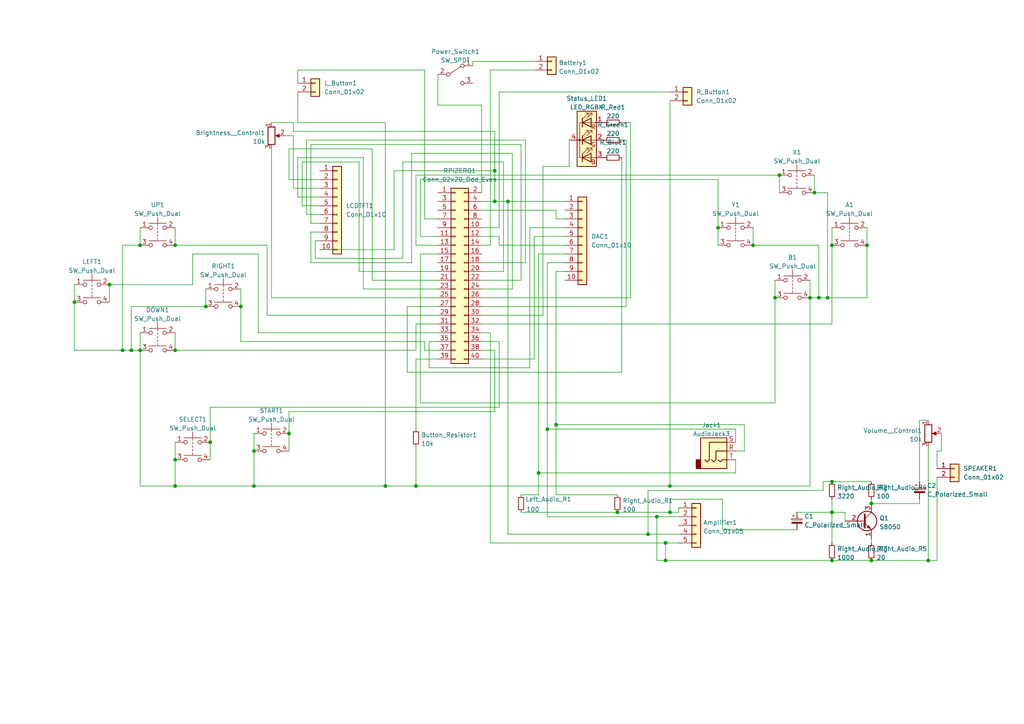
<source format=kicad_sch>
(kicad_sch (version 20211123) (generator eeschema)
  (paper "A4")
  (lib_symbols
    (symbol "Connector:AudioJack3"
      (property "Reference" "J" (at 0 8.89 0))
      (property "Value" "AudioJack3" (at 0 6.35 0))
      (symbol "AudioJack3_0_1"
        (rectangle (start -5.08 -5.08) (end -6.35 -2.54) (stroke (width 0.254)) (fill (type outline)))
        (polyline (pts (xy 0 -2.54) (xy 0.635 -3.175) (xy 1.27 -2.54) (xy 2.54 -2.54)) (stroke (width 0.254)))
        (polyline (pts (xy -1.905 -2.54) (xy -1.27 -3.175) (xy -0.635 -2.54) (xy -0.635 0) (xy 2.54 0)) (stroke (width 0.254)))
        (polyline (pts (xy 2.54 2.54) (xy -2.54 2.54) (xy -2.54 -2.54) (xy -3.175 -3.175) (xy -3.81 -2.54)) (stroke (width 0.254)))
        (rectangle (start 2.54 3.81) (end -5.08 -5.08) (stroke (width 0.254)) (fill (type background)))
      )
      (symbol "AudioJack3_1_1"
        (pin passive line (at 5.08 0 180) (length 2.54) (name "~") (number "R"))
        (pin passive line (at 5.08 2.54 180) (length 2.54) (name "~") (number "S"))
        (pin passive line (at 5.08 -2.54 180) (length 2.54) (name "~") (number "T"))
      )
    )
    (symbol "Connector_Generic:Conn_01x02" (pin_names (offset 1.016) hide)
      (property "Reference" "J" (at 0 2.54 0))
      (property "Value" "Conn_01x02" (at 0 -5.08 0))
      (symbol "Conn_01x02_1_1"
        (rectangle (start -1.27 -2.413) (end 0 -2.667) (stroke (width 0.1524)))
        (rectangle (start -1.27 0.127) (end 0 -0.127) (stroke (width 0.1524)))
        (rectangle (start -1.27 1.27) (end 1.27 -3.81) (stroke (width 0.254)) (fill (type background)))
        (pin passive line (at -5.08 0 0) (length 3.81) (name "Pin_1") (number "1"))
        (pin passive line (at -5.08 -2.54 0) (length 3.81) (name "Pin_2") (number "2"))
      )
    )
    (symbol "Connector_Generic:Conn_01x05" (pin_names (offset 1.016) hide)
      (property "Reference" "J" (at 0 7.62 0))
      (property "Value" "Conn_01x05" (at 0 -7.62 0))
      (symbol "Conn_01x05_1_1"
        (rectangle (start -1.27 -4.953) (end 0 -5.207) (stroke (width 0.1524)))
        (rectangle (start -1.27 -2.413) (end 0 -2.667) (stroke (width 0.1524)))
        (rectangle (start -1.27 0.127) (end 0 -0.127) (stroke (width 0.1524)))
        (rectangle (start -1.27 2.667) (end 0 2.413) (stroke (width 0.1524)))
        (rectangle (start -1.27 5.207) (end 0 4.953) (stroke (width 0.1524)))
        (rectangle (start -1.27 6.35) (end 1.27 -6.35) (stroke (width 0.254)) (fill (type background)))
        (pin passive line (at -5.08 5.08 0) (length 3.81) (name "Pin_1") (number "1"))
        (pin passive line (at -5.08 2.54 0) (length 3.81) (name "Pin_2") (number "2"))
        (pin passive line (at -5.08 0 0) (length 3.81) (name "Pin_3") (number "3"))
        (pin passive line (at -5.08 -2.54 0) (length 3.81) (name "Pin_4") (number "4"))
        (pin passive line (at -5.08 -5.08 0) (length 3.81) (name "Pin_5") (number "5"))
      )
    )
    (symbol "Connector_Generic:Conn_01x10" (pin_names (offset 1.016) hide)
      (property "Reference" "J" (at 0 12.7 0))
      (property "Value" "Conn_01x10" (at 0 -15.24 0))
      (symbol "Conn_01x10_1_1"
        (rectangle (start -1.27 -12.573) (end 0 -12.827) (stroke (width 0.1524)))
        (rectangle (start -1.27 -10.033) (end 0 -10.287) (stroke (width 0.1524)))
        (rectangle (start -1.27 -7.493) (end 0 -7.747) (stroke (width 0.1524)))
        (rectangle (start -1.27 -4.953) (end 0 -5.207) (stroke (width 0.1524)))
        (rectangle (start -1.27 -2.413) (end 0 -2.667) (stroke (width 0.1524)))
        (rectangle (start -1.27 0.127) (end 0 -0.127) (stroke (width 0.1524)))
        (rectangle (start -1.27 2.667) (end 0 2.413) (stroke (width 0.1524)))
        (rectangle (start -1.27 5.207) (end 0 4.953) (stroke (width 0.1524)))
        (rectangle (start -1.27 7.747) (end 0 7.493) (stroke (width 0.1524)))
        (rectangle (start -1.27 10.287) (end 0 10.033) (stroke (width 0.1524)))
        (rectangle (start -1.27 11.43) (end 1.27 -13.97) (stroke (width 0.254)) (fill (type background)))
        (pin passive line (at -5.08 10.16 0) (length 3.81) (name "Pin_1") (number "1"))
        (pin passive line (at -5.08 -12.7 0) (length 3.81) (name "Pin_10") (number "10"))
        (pin passive line (at -5.08 7.62 0) (length 3.81) (name "Pin_2") (number "2"))
        (pin passive line (at -5.08 5.08 0) (length 3.81) (name "Pin_3") (number "3"))
        (pin passive line (at -5.08 2.54 0) (length 3.81) (name "Pin_4") (number "4"))
        (pin passive line (at -5.08 0 0) (length 3.81) (name "Pin_5") (number "5"))
        (pin passive line (at -5.08 -2.54 0) (length 3.81) (name "Pin_6") (number "6"))
        (pin passive line (at -5.08 -5.08 0) (length 3.81) (name "Pin_7") (number "7"))
        (pin passive line (at -5.08 -7.62 0) (length 3.81) (name "Pin_8") (number "8"))
        (pin passive line (at -5.08 -10.16 0) (length 3.81) (name "Pin_9") (number "9"))
      )
    )
    (symbol "Connector_Generic:Conn_02x20_Odd_Even" (pin_names (offset 1.016) hide)
      (property "Reference" "J" (at 1.27 25.4 0))
      (property "Value" "Conn_02x20_Odd_Even" (at 1.27 -27.94 0))
      (symbol "Conn_02x20_Odd_Even_1_1"
        (rectangle (start -1.27 -25.273) (end 0 -25.527) (stroke (width 0.1524)))
        (rectangle (start -1.27 -22.733) (end 0 -22.987) (stroke (width 0.1524)))
        (rectangle (start -1.27 -20.193) (end 0 -20.447) (stroke (width 0.1524)))
        (rectangle (start -1.27 -17.653) (end 0 -17.907) (stroke (width 0.1524)))
        (rectangle (start -1.27 -15.113) (end 0 -15.367) (stroke (width 0.1524)))
        (rectangle (start -1.27 -12.573) (end 0 -12.827) (stroke (width 0.1524)))
        (rectangle (start -1.27 -10.033) (end 0 -10.287) (stroke (width 0.1524)))
        (rectangle (start -1.27 -7.493) (end 0 -7.747) (stroke (width 0.1524)))
        (rectangle (start -1.27 -4.953) (end 0 -5.207) (stroke (width 0.1524)))
        (rectangle (start -1.27 -2.413) (end 0 -2.667) (stroke (width 0.1524)))
        (rectangle (start -1.27 0.127) (end 0 -0.127) (stroke (width 0.1524)))
        (rectangle (start -1.27 2.667) (end 0 2.413) (stroke (width 0.1524)))
        (rectangle (start -1.27 5.207) (end 0 4.953) (stroke (width 0.1524)))
        (rectangle (start -1.27 7.747) (end 0 7.493) (stroke (width 0.1524)))
        (rectangle (start -1.27 10.287) (end 0 10.033) (stroke (width 0.1524)))
        (rectangle (start -1.27 12.827) (end 0 12.573) (stroke (width 0.1524)))
        (rectangle (start -1.27 15.367) (end 0 15.113) (stroke (width 0.1524)))
        (rectangle (start -1.27 17.907) (end 0 17.653) (stroke (width 0.1524)))
        (rectangle (start -1.27 20.447) (end 0 20.193) (stroke (width 0.1524)))
        (rectangle (start -1.27 22.987) (end 0 22.733) (stroke (width 0.1524)))
        (rectangle (start -1.27 24.13) (end 3.81 -26.67) (stroke (width 0.254)) (fill (type background)))
        (rectangle (start 3.81 -25.273) (end 2.54 -25.527) (stroke (width 0.1524)))
        (rectangle (start 3.81 -22.733) (end 2.54 -22.987) (stroke (width 0.1524)))
        (rectangle (start 3.81 -20.193) (end 2.54 -20.447) (stroke (width 0.1524)))
        (rectangle (start 3.81 -17.653) (end 2.54 -17.907) (stroke (width 0.1524)))
        (rectangle (start 3.81 -15.113) (end 2.54 -15.367) (stroke (width 0.1524)))
        (rectangle (start 3.81 -12.573) (end 2.54 -12.827) (stroke (width 0.1524)))
        (rectangle (start 3.81 -10.033) (end 2.54 -10.287) (stroke (width 0.1524)))
        (rectangle (start 3.81 -7.493) (end 2.54 -7.747) (stroke (width 0.1524)))
        (rectangle (start 3.81 -4.953) (end 2.54 -5.207) (stroke (width 0.1524)))
        (rectangle (start 3.81 -2.413) (end 2.54 -2.667) (stroke (width 0.1524)))
        (rectangle (start 3.81 0.127) (end 2.54 -0.127) (stroke (width 0.1524)))
        (rectangle (start 3.81 2.667) (end 2.54 2.413) (stroke (width 0.1524)))
        (rectangle (start 3.81 5.207) (end 2.54 4.953) (stroke (width 0.1524)))
        (rectangle (start 3.81 7.747) (end 2.54 7.493) (stroke (width 0.1524)))
        (rectangle (start 3.81 10.287) (end 2.54 10.033) (stroke (width 0.1524)))
        (rectangle (start 3.81 12.827) (end 2.54 12.573) (stroke (width 0.1524)))
        (rectangle (start 3.81 15.367) (end 2.54 15.113) (stroke (width 0.1524)))
        (rectangle (start 3.81 17.907) (end 2.54 17.653) (stroke (width 0.1524)))
        (rectangle (start 3.81 20.447) (end 2.54 20.193) (stroke (width 0.1524)))
        (rectangle (start 3.81 22.987) (end 2.54 22.733) (stroke (width 0.1524)))
        (pin passive line (at -5.08 22.86 0) (length 3.81) (name "Pin_1") (number "1"))
        (pin passive line (at 7.62 12.7 180) (length 3.81) (name "Pin_10") (number "10"))
        (pin passive line (at -5.08 10.16 0) (length 3.81) (name "Pin_11") (number "11"))
        (pin passive line (at 7.62 10.16 180) (length 3.81) (name "Pin_12") (number "12"))
        (pin passive line (at -5.08 7.62 0) (length 3.81) (name "Pin_13") (number "13"))
        (pin passive line (at 7.62 7.62 180) (length 3.81) (name "Pin_14") (number "14"))
        (pin passive line (at -5.08 5.08 0) (length 3.81) (name "Pin_15") (number "15"))
        (pin passive line (at 7.62 5.08 180) (length 3.81) (name "Pin_16") (number "16"))
        (pin passive line (at -5.08 2.54 0) (length 3.81) (name "Pin_17") (number "17"))
        (pin passive line (at 7.62 2.54 180) (length 3.81) (name "Pin_18") (number "18"))
        (pin passive line (at -5.08 0 0) (length 3.81) (name "Pin_19") (number "19"))
        (pin passive line (at 7.62 22.86 180) (length 3.81) (name "Pin_2") (number "2"))
        (pin passive line (at 7.62 0 180) (length 3.81) (name "Pin_20") (number "20"))
        (pin passive line (at -5.08 -2.54 0) (length 3.81) (name "Pin_21") (number "21"))
        (pin passive line (at 7.62 -2.54 180) (length 3.81) (name "Pin_22") (number "22"))
        (pin passive line (at -5.08 -5.08 0) (length 3.81) (name "Pin_23") (number "23"))
        (pin passive line (at 7.62 -5.08 180) (length 3.81) (name "Pin_24") (number "24"))
        (pin passive line (at -5.08 -7.62 0) (length 3.81) (name "Pin_25") (number "25"))
        (pin passive line (at 7.62 -7.62 180) (length 3.81) (name "Pin_26") (number "26"))
        (pin passive line (at -5.08 -10.16 0) (length 3.81) (name "Pin_27") (number "27"))
        (pin passive line (at 7.62 -10.16 180) (length 3.81) (name "Pin_28") (number "28"))
        (pin passive line (at -5.08 -12.7 0) (length 3.81) (name "Pin_29") (number "29"))
        (pin passive line (at -5.08 20.32 0) (length 3.81) (name "Pin_3") (number "3"))
        (pin passive line (at 7.62 -12.7 180) (length 3.81) (name "Pin_30") (number "30"))
        (pin passive line (at -5.08 -15.24 0) (length 3.81) (name "Pin_31") (number "31"))
        (pin passive line (at 7.62 -15.24 180) (length 3.81) (name "Pin_32") (number "32"))
        (pin passive line (at -5.08 -17.78 0) (length 3.81) (name "Pin_33") (number "33"))
        (pin passive line (at 7.62 -17.78 180) (length 3.81) (name "Pin_34") (number "34"))
        (pin passive line (at -5.08 -20.32 0) (length 3.81) (name "Pin_35") (number "35"))
        (pin passive line (at 7.62 -20.32 180) (length 3.81) (name "Pin_36") (number "36"))
        (pin passive line (at -5.08 -22.86 0) (length 3.81) (name "Pin_37") (number "37"))
        (pin passive line (at 7.62 -22.86 180) (length 3.81) (name "Pin_38") (number "38"))
        (pin passive line (at -5.08 -25.4 0) (length 3.81) (name "Pin_39") (number "39"))
        (pin passive line (at 7.62 20.32 180) (length 3.81) (name "Pin_4") (number "4"))
        (pin passive line (at 7.62 -25.4 180) (length 3.81) (name "Pin_40") (number "40"))
        (pin passive line (at -5.08 17.78 0) (length 3.81) (name "Pin_5") (number "5"))
        (pin passive line (at 7.62 17.78 180) (length 3.81) (name "Pin_6") (number "6"))
        (pin passive line (at -5.08 15.24 0) (length 3.81) (name "Pin_7") (number "7"))
        (pin passive line (at 7.62 15.24 180) (length 3.81) (name "Pin_8") (number "8"))
        (pin passive line (at -5.08 12.7 0) (length 3.81) (name "Pin_9") (number "9"))
      )
    )
    (symbol "Device:C_Polarized_Small" (pin_numbers hide) (pin_names (offset 0.254) hide)
      (property "Reference" "C" (at 0.254 1.778 0))
      (property "Value" "C_Polarized_Small" (at 0.254 -2.032 0))
      (symbol "C_Polarized_Small_0_1"
        (rectangle (start -1.524 -0.3048) (end 1.524 -0.6858) (fill (type outline)))
        (rectangle (start -1.524 0.6858) (end 1.524 0.3048))
        (polyline (pts (xy -1.27 1.524) (xy -0.762 1.524)))
        (polyline (pts (xy -1.016 1.27) (xy -1.016 1.778)))
      )
      (symbol "C_Polarized_Small_1_1"
        (pin passive line (at 0 2.54 270) (length 1.8542) (name "~") (number "1"))
        (pin passive line (at 0 -2.54 90) (length 1.8542) (name "~") (number "2"))
      )
    )
    (symbol "Device:LED_RGBK" (pin_names (offset 0) hide)
      (property "Reference" "D" (at 0 9.398 0))
      (property "Value" "LED_RGBK" (at 0 -8.89 0))
      (symbol "LED_RGBK_0_0"
        (text "B" (at 1.905 -6.35 0) (effects (font (size 1.27 1.27))))
        (text "G" (at 1.905 -1.27 0) (effects (font (size 1.27 1.27))))
        (text "R" (at 1.905 3.81 0) (effects (font (size 1.27 1.27))))
      )
      (symbol "LED_RGBK_0_1"
        (circle (center -2.032 0) (radius 0.254) (fill (type outline)))
        (polyline (pts (xy -1.27 -5.08) (xy 1.27 -5.08)))
        (polyline (pts (xy -1.27 -3.81) (xy -1.27 -6.35)) (stroke (width 0.254)))
        (polyline (pts (xy -1.27 0) (xy -2.54 0)))
        (polyline (pts (xy -1.27 1.27) (xy -1.27 -1.27)) (stroke (width 0.254)))
        (polyline (pts (xy -1.27 5.08) (xy 1.27 5.08)))
        (polyline (pts (xy -1.27 6.35) (xy -1.27 3.81)) (stroke (width 0.254)))
        (polyline (pts (xy 1.27 -5.08) (xy 2.54 -5.08)))
        (polyline (pts (xy 1.27 0) (xy -1.27 0)))
        (polyline (pts (xy 1.27 0) (xy 2.54 0)))
        (polyline (pts (xy 1.27 5.08) (xy 2.54 5.08)))
        (polyline (pts (xy -1.27 1.27) (xy -1.27 -1.27) (xy -1.27 -1.27)))
        (polyline (pts (xy -1.27 6.35) (xy -1.27 3.81) (xy -1.27 3.81)))
        (polyline (pts (xy -1.27 5.08) (xy -2.032 5.08) (xy -2.032 -5.08) (xy -1.016 -5.08)))
        (polyline (pts (xy 1.27 -3.81) (xy 1.27 -6.35) (xy -1.27 -5.08) (xy 1.27 -3.81)) (stroke (width 0.254)))
        (polyline (pts (xy 1.27 1.27) (xy 1.27 -1.27) (xy -1.27 0) (xy 1.27 1.27)) (stroke (width 0.254)))
        (polyline (pts (xy 1.27 6.35) (xy 1.27 3.81) (xy -1.27 5.08) (xy 1.27 6.35)) (stroke (width 0.254)))
        (polyline (pts (xy -1.016 -3.81) (xy 0.508 -2.286) (xy -0.254 -2.286) (xy 0.508 -2.286) (xy 0.508 -3.048)))
        (polyline (pts (xy -1.016 1.27) (xy 0.508 2.794) (xy -0.254 2.794) (xy 0.508 2.794) (xy 0.508 2.032)))
        (polyline (pts (xy -1.016 6.35) (xy 0.508 7.874) (xy -0.254 7.874) (xy 0.508 7.874) (xy 0.508 7.112)))
        (polyline (pts (xy 0 -3.81) (xy 1.524 -2.286) (xy 0.762 -2.286) (xy 1.524 -2.286) (xy 1.524 -3.048)))
        (polyline (pts (xy 0 1.27) (xy 1.524 2.794) (xy 0.762 2.794) (xy 1.524 2.794) (xy 1.524 2.032)))
        (polyline (pts (xy 0 6.35) (xy 1.524 7.874) (xy 0.762 7.874) (xy 1.524 7.874) (xy 1.524 7.112)))
        (rectangle (start 1.27 -1.27) (end 1.27 1.27))
        (rectangle (start 1.27 1.27) (end 1.27 1.27))
        (rectangle (start 1.27 3.81) (end 1.27 6.35))
        (rectangle (start 1.27 6.35) (end 1.27 6.35))
        (rectangle (start 2.794 8.382) (end -2.794 -7.62) (stroke (width 0.254)) (fill (type background)))
      )
      (symbol "LED_RGBK_1_1"
        (pin passive line (at 5.08 5.08 180) (length 2.54) (name "RA") (number "1"))
        (pin passive line (at 5.08 0 180) (length 2.54) (name "GA") (number "2"))
        (pin passive line (at 5.08 -5.08 180) (length 2.54) (name "BA") (number "3"))
        (pin passive line (at -5.08 0 0) (length 2.54) (name "K") (number "4"))
      )
    )
    (symbol "Device:R_Potentiometer" (pin_names (offset 1.016) hide)
      (property "Reference" "RV" (at -4.445 0 90))
      (property "Value" "R_Potentiometer" (at -2.54 0 90))
      (symbol "R_Potentiometer_0_1"
        (polyline (pts (xy 2.54 0) (xy 1.524 0)))
        (polyline (pts (xy 1.143 0) (xy 2.286 0.508) (xy 2.286 -0.508) (xy 1.143 0)) (fill (type outline)))
        (rectangle (start 1.016 2.54) (end -1.016 -2.54) (stroke (width 0.254)))
      )
      (symbol "R_Potentiometer_1_1"
        (pin passive line (at 0 3.81 270) (length 1.27) (name "1") (number "1"))
        (pin passive line (at 3.81 0 180) (length 1.27) (name "2") (number "2"))
        (pin passive line (at 0 -3.81 90) (length 1.27) (name "3") (number "3"))
      )
    )
    (symbol "Device:R_Small" (pin_numbers hide) (pin_names (offset 0.254) hide)
      (property "Reference" "R" (at 0.762 0.508 0))
      (property "Value" "R_Small" (at 0.762 -1.016 0))
      (symbol "R_Small_0_1"
        (rectangle (start -0.762 1.778) (end 0.762 -1.778) (stroke (width 0.2032)))
      )
      (symbol "R_Small_1_1"
        (pin passive line (at 0 2.54 270) (length 0.762) (name "~") (number "1"))
        (pin passive line (at 0 -2.54 90) (length 0.762) (name "~") (number "2"))
      )
    )
    (symbol "Switch:SW_Push_Dual" (pin_names (offset 1.016) hide)
      (property "Reference" "SW" (at 1.27 2.54 0))
      (property "Value" "SW_Push_Dual" (at 0 -6.858 0))
      (symbol "SW_Push_Dual_0_1"
        (circle (center -2.032 -5.08) (radius 0.508))
        (circle (center -2.032 0) (radius 0.508))
        (polyline (pts (xy 0 -3.048) (xy 0 -3.556)))
        (polyline (pts (xy 0 -2.032) (xy 0 -2.54)))
        (polyline (pts (xy 0 -1.524) (xy 0 -1.016)))
        (polyline (pts (xy 0 -0.508) (xy 0 0)))
        (polyline (pts (xy 0 0.508) (xy 0 1.016)))
        (polyline (pts (xy 0 1.27) (xy 0 3.048)))
        (polyline (pts (xy 2.54 -3.81) (xy -2.54 -3.81)))
        (polyline (pts (xy 2.54 1.27) (xy -2.54 1.27)))
        (circle (center 2.032 -5.08) (radius 0.508))
        (circle (center 2.032 0) (radius 0.508))
        (pin passive line (at -5.08 0 0) (length 2.54) (name "1") (number "1"))
        (pin passive line (at 5.08 0 180) (length 2.54) (name "2") (number "2"))
        (pin passive line (at -5.08 -5.08 0) (length 2.54) (name "3") (number "3"))
        (pin passive line (at 5.08 -5.08 180) (length 2.54) (name "4") (number "4"))
      )
    )
    (symbol "Switch:SW_SPDT" (pin_names (offset 0) hide)
      (property "Reference" "SW" (at 0 4.318 0))
      (property "Value" "SW_SPDT" (at 0 -5.08 0))
      (symbol "SW_SPDT_0_0"
        (circle (center -2.032 0) (radius 0.508))
        (circle (center 2.032 -2.54) (radius 0.508))
      )
      (symbol "SW_SPDT_0_1"
        (polyline (pts (xy -1.524 0.254) (xy 1.651 2.286)))
        (circle (center 2.032 2.54) (radius 0.508))
      )
      (symbol "SW_SPDT_1_1"
        (pin passive line (at 5.08 2.54 180) (length 2.54) (name "A") (number "1"))
        (pin passive line (at -5.08 0 0) (length 2.54) (name "B") (number "2"))
        (pin passive line (at 5.08 -2.54 180) (length 2.54) (name "C") (number "3"))
      )
    )
    (symbol "Transistor_BJT:S8050" (pin_names (offset 0) hide)
      (property "Reference" "Q" (at 5.08 1.905 0))
      (property "Value" "S8050" (at 5.08 0 0))
      (symbol "S8050_0_1"
        (polyline (pts (xy 0 0) (xy 0.635 0)))
        (polyline (pts (xy 0.635 0.635) (xy 2.54 2.54)))
        (polyline (pts (xy 0.635 -0.635) (xy 2.54 -2.54) (xy 2.54 -2.54)))
        (polyline (pts (xy 0.635 1.905) (xy 0.635 -1.905) (xy 0.635 -1.905)) (stroke (width 0.508)))
        (polyline (pts (xy 1.27 -1.778) (xy 1.778 -1.27) (xy 2.286 -2.286) (xy 1.27 -1.778) (xy 1.27 -1.778)) (fill (type outline)))
        (circle (center 1.27 0) (radius 2.8194) (stroke (width 0.254)))
      )
      (symbol "S8050_1_1"
        (pin passive line (at 2.54 -5.08 90) (length 2.54) (name "E") (number "1"))
        (pin input line (at -5.08 0 0) (length 5.08) (name "B") (number "2"))
        (pin passive line (at 2.54 5.08 270) (length 2.54) (name "C") (number "3"))
      )
    )
  )
  (junction (at 161.29 123.19))
  (junction (at 156.21 137.16))
  (junction (at 194.31 148.59))
  (junction (at 83.82 125.73))
  (junction (at 241.3 139.7))
  (junction (at 143.51 49.53))
  (junction (at 226.06 50.8))
  (junction (at 38.1 101.6))
  (junction (at 21.59 87.63))
  (junction (at 194.31 140.97))
  (junction (at 237.49 86.36))
  (junction (at 190.5 149.86))
  (junction (at 234.95 86.36))
  (junction (at 193.04 162.56))
  (junction (at 50.8 140.97))
  (junction (at 224.79 86.36))
  (junction (at 69.85 88.9))
  (junction (at 111.76 140.97))
  (junction (at 252.73 162.56))
  (junction (at 158.75 124.46))
  (junction (at 40.64 71.12))
  (junction (at 187.96 154.94))
  (junction (at 208.28 66.04))
  (junction (at 241.3 148.59))
  (junction (at 120.65 140.97))
  (junction (at 147.32 58.42))
  (junction (at 40.64 101.6))
  (junction (at 59.69 88.9))
  (junction (at 35.56 101.6))
  (junction (at 50.8 101.6))
  (junction (at 240.03 86.36))
  (junction (at 50.8 71.12))
  (junction (at 236.22 55.88))
  (junction (at 179.07 148.59))
  (junction (at 241.3 162.56))
  (junction (at 31.75 82.55))
  (junction (at 73.66 140.97))
  (junction (at 193.04 157.48))
  (junction (at 218.44 71.12))
  (junction (at 241.3 71.12))
  (junction (at 251.46 71.12))
  (junction (at 50.8 133.35))
  (junction (at 252.73 146.05))
  (junction (at 269.24 162.56))
  (junction (at 73.66 130.81))
  (junction (at 143.51 58.42))
  (junction (at 60.96 128.27))
  (wire (pts (xy 118.11 88.9) (xy 118.11 107.95)))
  (wire (pts (xy 143.51 49.53) (xy 143.51 58.42)))
  (wire (pts (xy 187.96 142.24) (xy 238.76 142.24)))
  (wire (pts (xy 91.44 69.85) (xy 91.44 74.93)))
  (wire (pts (xy 120.65 104.14) (xy 127 104.14)))
  (wire (pts (xy 196.85 148.59) (xy 196.85 147.32)))
  (wire (pts (xy 142.24 20.32) (xy 142.24 71.12)))
  (wire (pts (xy 111.76 140.97) (xy 120.65 140.97)))
  (wire (pts (xy 209.55 153.67) (xy 209.55 144.78)))
  (wire (pts (xy 226.06 50.8) (xy 226.06 55.88)))
  (wire (pts (xy 231.14 148.59) (xy 241.3 148.59)))
  (wire (pts (xy 73.66 125.73) (xy 73.66 130.81)))
  (wire (pts (xy 87.63 59.69) (xy 87.63 46.99)))
  (wire (pts (xy 60.96 128.27) (xy 60.96 133.35)))
  (wire (pts (xy 121.92 116.84) (xy 121.92 73.66)))
  (wire (pts (xy 251.46 66.04) (xy 251.46 71.12)))
  (wire (pts (xy 92.71 62.23) (xy 88.9 62.23)))
  (wire (pts (xy 105.41 83.82) (xy 127 83.82)))
  (wire (pts (xy 269.24 162.56) (xy 271.78 162.56)))
  (wire (pts (xy 240.03 86.36) (xy 237.49 86.36)))
  (wire (pts (xy 21.59 87.63) (xy 21.59 101.6)))
  (wire (pts (xy 237.49 71.12) (xy 237.49 86.36)))
  (wire (pts (xy 180.34 45.72) (xy 180.34 107.95)))
  (wire (pts (xy 60.96 128.27) (xy 60.96 118.11)))
  (wire (pts (xy 215.9 130.81) (xy 215.9 123.19)))
  (wire (pts (xy 251.46 71.12) (xy 251.46 86.36)))
  (wire (pts (xy 116.84 74.93) (xy 116.84 46.99)))
  (wire (pts (xy 151.13 148.59) (xy 179.07 148.59)))
  (wire (pts (xy 92.71 59.69) (xy 87.63 59.69)))
  (wire (pts (xy 241.3 148.59) (xy 241.3 157.48)))
  (wire (pts (xy 161.29 78.74) (xy 161.29 123.19)))
  (wire (pts (xy 194.31 148.59) (xy 196.85 148.59)))
  (wire (pts (xy 209.55 153.67) (xy 231.14 153.67)))
  (wire (pts (xy 50.8 96.52) (xy 50.8 101.6)))
  (wire (pts (xy 50.8 128.27) (xy 50.8 133.35)))
  (wire (pts (xy 40.64 71.12) (xy 35.56 71.12)))
  (wire (pts (xy 86.36 57.15) (xy 86.36 45.72)))
  (wire (pts (xy 241.3 162.56) (xy 252.73 162.56)))
  (wire (pts (xy 38.1 88.9) (xy 38.1 101.6)))
  (wire (pts (xy 87.63 46.99) (xy 104.14 46.99)))
  (wire (pts (xy 147.32 154.94) (xy 187.96 154.94)))
  (wire (pts (xy 213.36 124.46) (xy 158.75 124.46)))
  (wire (pts (xy 119.38 44.45) (xy 148.59 44.45)))
  (wire (pts (xy 85.09 39.37) (xy 82.55 39.37)))
  (wire (pts (xy 137.16 17.78) (xy 154.94 17.78)))
  (wire (pts (xy 163.83 63.5) (xy 161.29 63.5)))
  (wire (pts (xy 127 21.59) (xy 127 30.48)))
  (wire (pts (xy 85.09 35.56) (xy 78.74 35.56)))
  (wire (pts (xy 151.13 41.91) (xy 151.13 81.28)))
  (wire (pts (xy 194.31 144.78) (xy 194.31 148.59)))
  (wire (pts (xy 241.3 71.12) (xy 241.3 93.98)))
  (wire (pts (xy 241.3 93.98) (xy 139.7 93.98)))
  (wire (pts (xy 83.82 119.38) (xy 143.51 119.38)))
  (wire (pts (xy 226.06 50.8) (xy 120.65 50.8)))
  (wire (pts (xy 236.22 50.8) (xy 236.22 55.88)))
  (wire (pts (xy 187.96 154.94) (xy 196.85 154.94)))
  (wire (pts (xy 92.71 67.31) (xy 90.17 67.31)))
  (wire (pts (xy 163.83 73.66) (xy 156.21 73.66)))
  (wire (pts (xy 139.7 78.74) (xy 146.05 78.74)))
  (wire (pts (xy 120.65 93.98) (xy 127 93.98)))
  (wire (pts (xy 143.51 58.42) (xy 139.7 58.42)))
  (wire (pts (xy 31.75 82.55) (xy 31.75 87.63)))
  (wire (pts (xy 78.74 43.18) (xy 78.74 86.36)))
  (wire (pts (xy 161.29 123.19) (xy 161.29 143.51)))
  (wire (pts (xy 266.7 146.05) (xy 266.7 144.78)))
  (wire (pts (xy 31.75 82.55) (xy 55.88 82.55)))
  (wire (pts (xy 40.64 101.6) (xy 40.64 140.97)))
  (wire (pts (xy 40.64 140.97) (xy 50.8 140.97)))
  (wire (pts (xy 193.04 162.56) (xy 190.5 162.56)))
  (wire (pts (xy 111.76 35.56) (xy 111.76 140.97)))
  (wire (pts (xy 213.36 137.16) (xy 156.21 137.16)))
  (wire (pts (xy 120.65 140.97) (xy 120.65 129.54)))
  (wire (pts (xy 35.56 101.6) (xy 38.1 101.6)))
  (wire (pts (xy 252.73 162.56) (xy 269.24 162.56)))
  (wire (pts (xy 88.9 62.23) (xy 88.9 40.64)))
  (wire (pts (xy 237.49 86.36) (xy 234.95 86.36)))
  (wire (pts (xy 241.3 144.78) (xy 241.3 148.59)))
  (wire (pts (xy 90.17 41.91) (xy 151.13 41.91)))
  (wire (pts (xy 78.74 86.36) (xy 127 86.36)))
  (wire (pts (xy 142.24 20.32) (xy 154.94 20.32)))
  (wire (pts (xy 35.56 71.12) (xy 35.56 101.6)))
  (wire (pts (xy 69.85 83.82) (xy 69.85 88.9)))
  (wire (pts (xy 251.46 86.36) (xy 240.03 86.36)))
  (wire (pts (xy 139.7 68.58) (xy 144.78 68.58)))
  (wire (pts (xy 218.44 71.12) (xy 237.49 71.12)))
  (wire (pts (xy 88.9 40.64) (xy 152.4 40.64)))
  (wire (pts (xy 240.03 55.88) (xy 240.03 86.36)))
  (wire (pts (xy 271.78 162.56) (xy 271.78 138.43)))
  (wire (pts (xy 157.48 48.26) (xy 157.48 91.44)))
  (wire (pts (xy 156.21 73.66) (xy 156.21 137.16)))
  (wire (pts (xy 182.88 86.36) (xy 139.7 86.36)))
  (wire (pts (xy 154.94 68.58) (xy 154.94 104.14)))
  (wire (pts (xy 158.75 76.2) (xy 158.75 124.46)))
  (wire (pts (xy 91.44 74.93) (xy 116.84 74.93)))
  (wire (pts (xy 143.51 101.6) (xy 139.7 101.6)))
  (wire (pts (xy 123.19 20.32) (xy 123.19 63.5)))
  (wire (pts (xy 92.71 72.39) (xy 114.3 72.39)))
  (wire (pts (xy 153.67 66.04) (xy 153.67 106.68)))
  (wire (pts (xy 85.09 54.61) (xy 85.09 39.37)))
  (wire (pts (xy 266.7 121.92) (xy 269.24 121.92)))
  (wire (pts (xy 116.84 46.99) (xy 146.05 46.99)))
  (wire (pts (xy 193.04 162.56) (xy 193.04 157.48)))
  (wire (pts (xy 193.04 157.48) (xy 142.24 157.48)))
  (wire (pts (xy 182.88 35.56) (xy 182.88 86.36)))
  (wire (pts (xy 85.09 38.1) (xy 85.09 35.56)))
  (wire (pts (xy 252.73 156.21) (xy 252.73 157.48)))
  (wire (pts (xy 271.78 130.81) (xy 273.05 130.81)))
  (wire (pts (xy 153.67 106.68) (xy 124.46 106.68)))
  (wire (pts (xy 107.95 43.18) (xy 107.95 81.28)))
  (wire (pts (xy 86.36 26.67) (xy 86.36 35.56)))
  (wire (pts (xy 119.38 76.2) (xy 119.38 44.45)))
  (wire (pts (xy 146.05 46.99) (xy 146.05 78.74)))
  (wire (pts (xy 124.46 106.68) (xy 124.46 99.06)))
  (wire (pts (xy 60.96 118.11) (xy 144.78 118.11)))
  (wire (pts (xy 83.82 52.07) (xy 83.82 43.18)))
  (wire (pts (xy 148.59 44.45) (xy 148.59 83.82)))
  (wire (pts (xy 86.36 24.13) (xy 86.36 20.32)))
  (wire (pts (xy 163.83 66.04) (xy 153.67 66.04)))
  (wire (pts (xy 148.59 83.82) (xy 139.7 83.82)))
  (wire (pts (xy 142.24 96.52) (xy 142.24 157.48)))
  (wire (pts (xy 73.66 130.81) (xy 73.66 140.97)))
  (wire (pts (xy 181.61 40.64) (xy 181.61 88.9)))
  (wire (pts (xy 144.78 99.06) (xy 139.7 99.06)))
  (wire (pts (xy 224.79 116.84) (xy 121.92 116.84)))
  (wire (pts (xy 190.5 149.86) (xy 190.5 162.56)))
  (wire (pts (xy 165.1 40.64) (xy 165.1 48.26)))
  (wire (pts (xy 92.71 69.85) (xy 91.44 69.85)))
  (wire (pts (xy 114.3 72.39) (xy 114.3 49.53)))
  (wire (pts (xy 92.71 64.77) (xy 90.17 64.77)))
  (wire (pts (xy 163.83 68.58) (xy 154.94 68.58)))
  (wire (pts (xy 92.71 52.07) (xy 83.82 52.07)))
  (wire (pts (xy 118.11 107.95) (xy 180.34 107.95)))
  (wire (pts (xy 158.75 124.46) (xy 158.75 149.86)))
  (wire (pts (xy 139.7 76.2) (xy 152.4 76.2)))
  (wire (pts (xy 143.51 119.38) (xy 143.51 101.6)))
  (wire (pts (xy 245.11 148.59) (xy 245.11 151.13)))
  (wire (pts (xy 154.94 104.14) (xy 139.7 104.14)))
  (wire (pts (xy 179.07 148.59) (xy 194.31 148.59)))
  (wire (pts (xy 163.83 78.74) (xy 161.29 78.74)))
  (wire (pts (xy 213.36 130.81) (xy 215.9 130.81)))
  (wire (pts (xy 241.3 66.04) (xy 241.3 71.12)))
  (wire (pts (xy 147.32 58.42) (xy 147.32 154.94)))
  (wire (pts (xy 161.29 63.5) (xy 161.29 60.96)))
  (wire (pts (xy 77.47 91.44) (xy 127 91.44)))
  (wire (pts (xy 209.55 144.78) (xy 194.31 144.78)))
  (wire (pts (xy 161.29 143.51) (xy 179.07 143.51)))
  (wire (pts (xy 107.95 81.28) (xy 127 81.28)))
  (wire (pts (xy 74.93 73.66) (xy 74.93 96.52)))
  (wire (pts (xy 90.17 67.31) (xy 90.17 76.2)))
  (wire (pts (xy 236.22 55.88) (xy 240.03 55.88)))
  (wire (pts (xy 73.66 140.97) (xy 111.76 140.97)))
  (wire (pts (xy 139.7 81.28) (xy 151.13 81.28)))
  (wire (pts (xy 104.14 78.74) (xy 127 78.74)))
  (wire (pts (xy 156.21 137.16) (xy 156.21 143.51)))
  (wire (pts (xy 142.24 71.12) (xy 139.7 71.12)))
  (wire (pts (xy 59.69 88.9) (xy 38.1 88.9)))
  (wire (pts (xy 208.28 66.04) (xy 208.28 52.07)))
  (wire (pts (xy 83.82 43.18) (xy 107.95 43.18)))
  (wire (pts (xy 121.92 73.66) (xy 127 73.66)))
  (wire (pts (xy 38.1 101.6) (xy 40.64 101.6)))
  (wire (pts (xy 90.17 64.77) (xy 90.17 41.91)))
  (wire (pts (xy 74.93 96.52) (xy 127 96.52)))
  (wire (pts (xy 152.4 40.64) (xy 152.4 76.2)))
  (wire (pts (xy 121.92 68.58) (xy 127 68.58)))
  (wire (pts (xy 238.76 139.7) (xy 241.3 139.7)))
  (wire (pts (xy 21.59 82.55) (xy 21.59 87.63)))
  (wire (pts (xy 127 88.9) (xy 118.11 88.9)))
  (wire (pts (xy 143.51 58.42) (xy 147.32 58.42)))
  (wire (pts (xy 252.73 144.78) (xy 252.73 146.05)))
  (wire (pts (xy 151.13 143.51) (xy 156.21 143.51)))
  (wire (pts (xy 144.78 71.12) (xy 144.78 68.58)))
  (wire (pts (xy 120.65 101.6) (xy 120.65 93.98)))
  (wire (pts (xy 120.65 71.12) (xy 127 71.12)))
  (wire (pts (xy 218.44 66.04) (xy 218.44 71.12)))
  (wire (pts (xy 55.88 82.55) (xy 55.88 73.66)))
  (wire (pts (xy 137.16 19.05) (xy 137.16 17.78)))
  (wire (pts (xy 157.48 91.44) (xy 139.7 91.44)))
  (wire (pts (xy 139.7 60.96) (xy 161.29 60.96)))
  (wire (pts (xy 86.36 35.56) (xy 111.76 35.56)))
  (wire (pts (xy 50.8 101.6) (xy 120.65 101.6)))
  (wire (pts (xy 215.9 123.19) (xy 161.29 123.19)))
  (wire (pts (xy 187.96 154.94) (xy 187.96 142.24)))
  (wire (pts (xy 40.64 66.04) (xy 40.64 71.12)))
  (wire (pts (xy 144.78 26.67) (xy 144.78 66.04)))
  (wire (pts (xy 269.24 129.54) (xy 269.24 162.56)))
  (wire (pts (xy 158.75 149.86) (xy 190.5 149.86)))
  (wire (pts (xy 180.34 35.56) (xy 182.88 35.56)))
  (wire (pts (xy 50.8 133.35) (xy 50.8 140.97)))
  (wire (pts (xy 190.5 149.86) (xy 196.85 149.86)))
  (wire (pts (xy 139.7 96.52) (xy 142.24 96.52)))
  (wire (pts (xy 50.8 71.12) (xy 77.47 71.12)))
  (wire (pts (xy 77.47 71.12) (xy 77.47 91.44)))
  (wire (pts (xy 92.71 57.15) (xy 86.36 57.15)))
  (wire (pts (xy 21.59 101.6) (xy 35.56 101.6)))
  (wire (pts (xy 252.73 146.05) (xy 266.7 146.05)))
  (wire (pts (xy 193.04 162.56) (xy 241.3 162.56)))
  (wire (pts (xy 123.19 99.06) (xy 123.19 101.6)))
  (wire (pts (xy 143.51 49.53) (xy 143.51 38.1)))
  (wire (pts (xy 213.36 133.35) (xy 213.36 137.16)))
  (wire (pts (xy 194.31 26.67) (xy 144.78 26.67)))
  (wire (pts (xy 50.8 66.04) (xy 50.8 71.12)))
  (wire (pts (xy 120.65 50.8) (xy 120.65 71.12)))
  (wire (pts (xy 92.71 54.61) (xy 85.09 54.61)))
  (wire (pts (xy 224.79 81.28) (xy 224.79 86.36)))
  (wire (pts (xy 234.95 81.28) (xy 234.95 86.36)))
  (wire (pts (xy 165.1 48.26) (xy 157.48 48.26)))
  (wire (pts (xy 59.69 83.82) (xy 59.69 88.9)))
  (wire (pts (xy 144.78 118.11) (xy 144.78 99.06)))
  (wire (pts (xy 127 30.48) (xy 139.7 30.48)))
  (wire (pts (xy 40.64 96.52) (xy 40.64 101.6)))
  (wire (pts (xy 69.85 88.9) (xy 69.85 99.06)))
  (wire (pts (xy 208.28 66.04) (xy 208.28 71.12)))
  (wire (pts (xy 50.8 140.97) (xy 73.66 140.97)))
  (wire (pts (xy 241.3 139.7) (xy 252.73 139.7)))
  (wire (pts (xy 120.65 140.97) (xy 194.31 140.97)))
  (wire (pts (xy 180.34 40.64) (xy 181.61 40.64)))
  (wire (pts (xy 213.36 128.27) (xy 213.36 124.46)))
  (wire (pts (xy 273.05 130.81) (xy 273.05 125.73)))
  (wire (pts (xy 123.19 63.5) (xy 127 63.5)))
  (wire (pts (xy 271.78 135.89) (xy 271.78 130.81)))
  (wire (pts (xy 181.61 88.9) (xy 139.7 88.9)))
  (wire (pts (xy 83.82 125.73) (xy 83.82 119.38)))
  (wire (pts (xy 163.83 71.12) (xy 144.78 71.12)))
  (wire (pts (xy 86.36 45.72) (xy 105.41 45.72)))
  (wire (pts (xy 144.78 66.04) (xy 139.7 66.04)))
  (wire (pts (xy 121.92 52.07) (xy 121.92 68.58)))
  (wire (pts (xy 266.7 121.92) (xy 266.7 139.7)))
  (wire (pts (xy 139.7 30.48) (xy 139.7 55.88)))
  (wire (pts (xy 114.3 49.53) (xy 143.51 49.53)))
  (wire (pts (xy 55.88 73.66) (xy 74.93 73.66)))
  (wire (pts (xy 105.41 45.72) (xy 105.41 83.82)))
  (wire (pts (xy 120.65 124.46) (xy 120.65 104.14)))
  (wire (pts (xy 234.95 86.36) (xy 234.95 140.97)))
  (wire (pts (xy 194.31 29.21) (xy 194.31 140.97)))
  (wire (pts (xy 238.76 142.24) (xy 238.76 139.7)))
  (wire (pts (xy 163.83 76.2) (xy 158.75 76.2)))
  (wire (pts (xy 147.32 58.42) (xy 163.83 58.42)))
  (wire (pts (xy 208.28 52.07) (xy 121.92 52.07)))
  (wire (pts (xy 196.85 157.48) (xy 193.04 157.48)))
  (wire (pts (xy 86.36 20.32) (xy 123.19 20.32)))
  (wire (pts (xy 241.3 148.59) (xy 245.11 148.59)))
  (wire (pts (xy 124.46 99.06) (xy 127 99.06)))
  (wire (pts (xy 123.19 101.6) (xy 127 101.6)))
  (wire (pts (xy 234.95 140.97) (xy 194.31 140.97)))
  (wire (pts (xy 83.82 125.73) (xy 83.82 130.81)))
  (wire (pts (xy 90.17 76.2) (xy 119.38 76.2)))
  (wire (pts (xy 143.51 38.1) (xy 85.09 38.1)))
  (wire (pts (xy 69.85 99.06) (xy 123.19 99.06)))
  (wire (pts (xy 104.14 46.99) (xy 104.14 78.74)))
  (wire (pts (xy 224.79 86.36) (xy 224.79 116.84)))
  (symbol (lib_id "Switch:SW_Push_Dual") (at 229.87 81.28 0) (unit 1)
    (property "Reference" "B1" (at 229.87 74.6592 0))
    (property "Value" "SW_Push_Dual" (at 229.87 77.1961 0))
    (property "Footprint" "Button_Switch_THT:SW_PUSH_6mm" (effects hide))
  )
  (symbol (lib_id "Connector_Generic:Conn_02x20_Odd_Even") (at 132.08 78.74 0) (unit 1)
    (property "Reference" "RPIZERO1" (at 133.35 49.53 0))
    (property "Value" "Conn_02x20_Odd_Even" (at 133.35 52.07 0))
    (property "Footprint" "Connector_PinHeader_2.54mm:PinHeader_2x20_P2.54mm_Vertical" (effects hide))
  )
  (symbol (lib_id "Connector_Generic:Conn_01x02") (at 199.39 26.67 0) (unit 1)
    (property "Reference" "R_Button1" (at 201.93 26.6699 0) (effects (justify left)))
    (property "Value" "Conn_01x02" (at 201.93 29.2099 0) (effects (justify left)))
    (property "Footprint" "Connector_PinHeader_2.54mm:PinHeader_1x02_P2.54mm_Vertical" (effects hide))
  )
  (symbol (lib_id "Connector_Generic:Conn_01x02") (at 160.02 17.78 0) (unit 1)
    (property "Reference" "Battery1" (at 162.052 18.2153 0) (effects (justify left)))
    (property "Value" "Conn_01x02" (at 162.052 20.7522 0) (effects (justify left)))
    (property "Footprint" "Connector_PinHeader_2.54mm:PinHeader_1x02_P2.54mm_Vertical" (effects hide))
  )
  (symbol (lib_id "Device:R_Small") (at 241.3 160.02 0) (unit 1)
    (property "Reference" "Right_Audio_R3" (at 242.7986 159.1853 0) (effects (justify left)))
    (property "Value" "1000" (at 242.7986 161.7222 0) (effects (justify left)))
    (property "Footprint" "Resistor_THT:R_Box_L14.0mm_W5.0mm_P9.00mm" (effects hide))
  )
  (symbol (lib_id "Switch:SW_Push_Dual") (at 231.14 50.8 0) (unit 1)
    (property "Reference" "X1" (at 231.14 44.1792 0))
    (property "Value" "SW_Push_Dual" (at 231.14 46.7161 0))
    (property "Footprint" "Button_Switch_THT:SW_PUSH_6mm" (effects hide))
  )
  (symbol (lib_id "Device:R_Small") (at 120.65 127 0) (unit 1)
    (property "Reference" "Button_Resistor1" (at 122.1486 126.1653 0) (effects (justify left)))
    (property "Value" "10k" (at 122.1486 128.7022 0) (effects (justify left)))
    (property "Footprint" "Resistor_THT:R_Box_L14.0mm_W5.0mm_P9.00mm" (effects hide))
  )
  (symbol (lib_id "Transistor_BJT:S8050") (at 250.19 151.13 0) (unit 1)
    (property "Reference" "Q1" (at 255.0414 150.2953 0) (effects (justify left)))
    (property "Value" "S8050" (at 255.0414 152.8322 0) (effects (justify left)))
    (property "Footprint" "Package_TO_SOT_THT:TO-92_Inline" (effects hide))
    (property "Datasheet" "http://www.unisonic.com.tw/datasheet/S8050.pdf" (effects hide))
  )
  (symbol (lib_id "Device:R_Small") (at 241.3 142.24 0) (unit 1)
    (property "Reference" "Right_Audio_R2" (at 242.7986 141.4053 0) (effects (justify left)))
    (property "Value" "3220" (at 242.7986 143.9422 0) (effects (justify left)))
    (property "Footprint" "Resistor_THT:R_Box_L14.0mm_W5.0mm_P9.00mm" (effects hide))
  )
  (symbol (lib_id "Device:R_Small") (at 177.8 45.72 90) (unit 1)
    (property "Reference" "R_Blue1" (at 177.8 41.2836 90))
    (property "Value" "220" (at 177.8 43.8205 90))
    (property "Footprint" "Resistor_THT:R_Box_L14.0mm_W5.0mm_P9.00mm" (effects hide))
  )
  (symbol (lib_id "Connector_Generic:Conn_01x02") (at 276.86 135.89 0) (unit 1)
    (property "Reference" "SPEAKER1" (at 279.4 135.8899 0) (effects (justify left)))
    (property "Value" "Conn_01x02" (at 279.4 138.4299 0) (effects (justify left)))
    (property "Footprint" "Connector_PinHeader_2.54mm:PinHeader_1x02_P2.54mm_Vertical" (effects hide))
  )
  (symbol (lib_id "Device:R_Small") (at 177.8 40.64 90) (unit 1)
    (property "Reference" "R_Green1" (at 177.8 36.2036 90))
    (property "Value" "220" (at 177.8 38.7405 90))
    (property "Footprint" "Resistor_THT:R_Box_L14.0mm_W5.0mm_P9.00mm" (effects hide))
  )
  (symbol (lib_id "Device:R_Small") (at 177.8 35.56 90) (unit 1)
    (property "Reference" "R_Red1" (at 177.8 31.1236 90))
    (property "Value" "220" (at 177.8 33.6605 90))
    (property "Footprint" "Resistor_THT:R_Box_L14.0mm_W5.0mm_P9.00mm" (effects hide))
  )
  (symbol (lib_id "Switch:SW_Push_Dual") (at 64.77 83.82 0) (unit 1)
    (property "Reference" "RIGHT1" (at 64.77 77.1992 0))
    (property "Value" "SW_Push_Dual" (at 64.77 79.7361 0))
    (property "Footprint" "Button_Switch_THT:SW_PUSH_6mm" (effects hide))
  )
  (symbol (lib_id "Device:R_Potentiometer") (at 78.74 39.37 0) (unit 1)
    (property "Reference" "Brightness__Control1" (at 76.9621 38.5353 0) (effects (justify right)))
    (property "Value" "10k" (at 76.9621 41.0722 0) (effects (justify right)))
    (property "Footprint" "Potentiometer_THT:Potentiometer_Piher_PT-10-V10_Vertical" (effects hide))
  )
  (symbol (lib_id "Device:LED_RGBK") (at 170.18 40.64 0) (unit 1)
    (property "Reference" "Status_LED1" (at 170.18 28.5582 0))
    (property "Value" "LED_RGBK" (at 170.18 31.0951 0))
    (property "Footprint" "LED_THT:LED_D5.0mm-4_RGB" (effects hide))
  )
  (symbol (lib_id "Device:R_Small") (at 151.13 146.05 0) (unit 1)
    (property "Reference" "Left_Audio_R1" (at 152.4 144.78 0) (effects (justify left)))
    (property "Value" "100" (at 152.6286 147.7522 0) (effects (justify left)))
    (property "Footprint" "Resistor_THT:R_Box_L14.0mm_W5.0mm_P9.00mm" (effects hide))
  )
  (symbol (lib_id "Switch:SW_Push_Dual") (at 78.74 125.73 0) (unit 1)
    (property "Reference" "START1" (at 78.74 119.1092 0))
    (property "Value" "SW_Push_Dual" (at 78.74 121.6461 0))
    (property "Footprint" "Button_Switch_THT:SW_PUSH_6mm" (effects hide))
  )
  (symbol (lib_id "Connector_Generic:Conn_01x02") (at 91.44 24.13 0) (unit 1)
    (property "Reference" "L_Button1" (at 93.98 24.1299 0) (effects (justify left)))
    (property "Value" "Conn_01x02" (at 93.98 26.6699 0) (effects (justify left)))
    (property "Footprint" "Connector_PinHeader_2.54mm:PinHeader_1x02_P2.54mm_Vertical" (effects hide))
  )
  (symbol (lib_id "Device:R_Small") (at 252.73 160.02 0) (unit 1)
    (property "Reference" "Right_Audio_R5" (at 254.2286 159.1853 0) (effects (justify left)))
    (property "Value" "20" (at 254.2286 161.7222 0) (effects (justify left)))
    (property "Footprint" "Resistor_THT:R_Box_L14.0mm_W5.0mm_P9.00mm" (effects hide))
  )
  (symbol (lib_id "Connector_Generic:Conn_01x10") (at 168.91 68.58 0) (unit 1)
    (property "Reference" "DAC1" (at 171.45 68.5799 0) (effects (justify left)))
    (property "Value" "Conn_01x10" (at 171.45 71.1199 0) (effects (justify left)))
    (property "Footprint" "Connector_PinHeader_2.54mm:PinHeader_1x10_P2.54mm_Vertical" (effects hide))
  )
  (symbol (lib_id "Connector_Generic:Conn_01x10") (at 97.79 59.69 0) (unit 1)
    (property "Reference" "LCDTFT1" (at 100.33 59.6899 0) (effects (justify left)))
    (property "Value" "Conn_01x10" (at 100.33 62.2299 0) (effects (justify left)))
    (property "Footprint" "Connector_PinHeader_2.54mm:PinHeader_1x10_P2.54mm_Vertical" (effects hide))
  )
  (symbol (lib_id "Device:R_Small") (at 252.73 142.24 0) (unit 1)
    (property "Reference" "Right_Audio_R4" (at 254.2286 141.4053 0) (effects (justify left)))
    (property "Value" "100" (at 254.2286 143.9422 0) (effects (justify left)))
    (property "Footprint" "Resistor_THT:R_Box_L14.0mm_W5.0mm_P9.00mm" (effects hide))
  )
  (symbol (lib_id "Switch:SW_SPDT") (at 132.08 21.59 0) (unit 1)
    (property "Reference" "Power_Switch1" (at 132.08 14.9692 0))
    (property "Value" "SW_SPDT" (at 132.08 17.5061 0))
    (property "Footprint" "Connector_PinHeader_2.54mm:PinHeader_1x03_P2.54mm_Vertical" (effects hide))
  )
  (symbol (lib_id "Switch:SW_Push_Dual") (at 45.72 96.52 0) (unit 1)
    (property "Reference" "DOWN1" (at 45.72 89.8992 0))
    (property "Value" "SW_Push_Dual" (at 45.72 92.4361 0))
    (property "Footprint" "Button_Switch_THT:SW_PUSH_6mm" (effects hide))
  )
  (symbol (lib_id "Device:R_Potentiometer") (at 269.24 125.73 0) (unit 1)
    (property "Reference" "Volume__Control1" (at 267.4621 124.8953 0) (effects (justify right)))
    (property "Value" "10k" (at 267.4621 127.4322 0) (effects (justify right)))
    (property "Footprint" "Potentiometer_THT:Potentiometer_Piher_PT-10-V10_Vertical" (effects hide))
  )
  (symbol (lib_id "Device:C_Polarized_Small") (at 231.14 151.13 0) (unit 1)
    (property "Reference" "C1" (at 233.299 149.7492 0) (effects (justify left)))
    (property "Value" "C_Polarized_Small" (at 233.299 152.2861 0) (effects (justify left)))
    (property "Footprint" "Capacitor_THT:C_Rect_L4.0mm_W2.5mm_P2.50mm" (effects hide))
  )
  (symbol (lib_id "Device:C_Polarized_Small") (at 266.7 142.24 0) (unit 1)
    (property "Reference" "C2" (at 268.859 140.8592 0) (effects (justify left)))
    (property "Value" "C_Polarized_Small" (at 268.859 143.3961 0) (effects (justify left)))
    (property "Footprint" "Capacitor_THT:C_Rect_L4.0mm_W2.5mm_P2.50mm" (effects hide))
  )
  (symbol (lib_id "Switch:SW_Push_Dual") (at 45.72 66.04 0) (unit 1)
    (property "Reference" "UP1" (at 45.72 59.4192 0))
    (property "Value" "SW_Push_Dual" (at 45.72 61.9561 0))
    (property "Footprint" "Button_Switch_THT:SW_PUSH_6mm" (effects hide))
  )
  (symbol (lib_id "Connector_Generic:Conn_01x05") (at 201.93 152.4 0) (unit 1)
    (property "Reference" "Amplifier1" (at 203.962 151.5653 0) (effects (justify left)))
    (property "Value" "Conn_01x05" (at 203.962 154.1022 0) (effects (justify left)))
    (property "Footprint" "Connector_PinHeader_2.54mm:PinHeader_1x05_P2.54mm_Vertical" (effects hide))
  )
  (symbol (lib_id "Switch:SW_Push_Dual") (at 55.88 128.27 0) (unit 1)
    (property "Reference" "SELECT1" (at 55.88 121.6492 0))
    (property "Value" "SW_Push_Dual" (at 55.88 124.1861 0))
    (property "Footprint" "Button_Switch_THT:SW_PUSH_6mm" (effects hide))
  )
  (symbol (lib_id "Switch:SW_Push_Dual") (at 246.38 66.04 0) (unit 1)
    (property "Reference" "A1" (at 246.38 59.4192 0))
    (property "Value" "SW_Push_Dual" (at 246.38 61.9561 0))
    (property "Footprint" "Button_Switch_THT:SW_PUSH_6mm" (effects hide))
  )
  (symbol (lib_id "Switch:SW_Push_Dual") (at 213.36 66.04 0) (unit 1)
    (property "Reference" "Y1" (at 213.36 59.4192 0))
    (property "Value" "SW_Push_Dual" (at 213.36 61.9561 0))
    (property "Footprint" "Button_Switch_THT:SW_PUSH_6mm" (effects hide))
  )
  (symbol (lib_id "Switch:SW_Push_Dual") (at 26.67 82.55 0) (unit 1)
    (property "Reference" "LEFT1" (at 26.67 75.9292 0))
    (property "Value" "SW_Push_Dual" (at 26.67 78.4661 0))
    (property "Footprint" "Button_Switch_THT:SW_PUSH_6mm" (effects hide))
  )
  (symbol (lib_id "Connector:AudioJack3") (at 208.28 130.81 0) (unit 1)
    (property "Reference" "Jack1" (at 206.375 123.3002 0))
    (property "Value" "AudioJack3" (at 206.375 125.8371 0))
    (property "Footprint" "Connector_BarrelJack:BarrelJack_CUI_PJ-063AH_Horizontal" (effects hide))
  )
  (symbol (lib_id "Device:R_Small") (at 179.07 146.05 0) (unit 1)
    (property "Reference" "Right_Audio_R1" (at 180.5686 145.2153 0) (effects (justify left)))
    (property "Value" "100" (at 180.5686 147.7522 0) (effects (justify left)))
    (property "Footprint" "Resistor_THT:R_Box_L14.0mm_W5.0mm_P9.00mm" (effects hide))
  )
)
</source>
